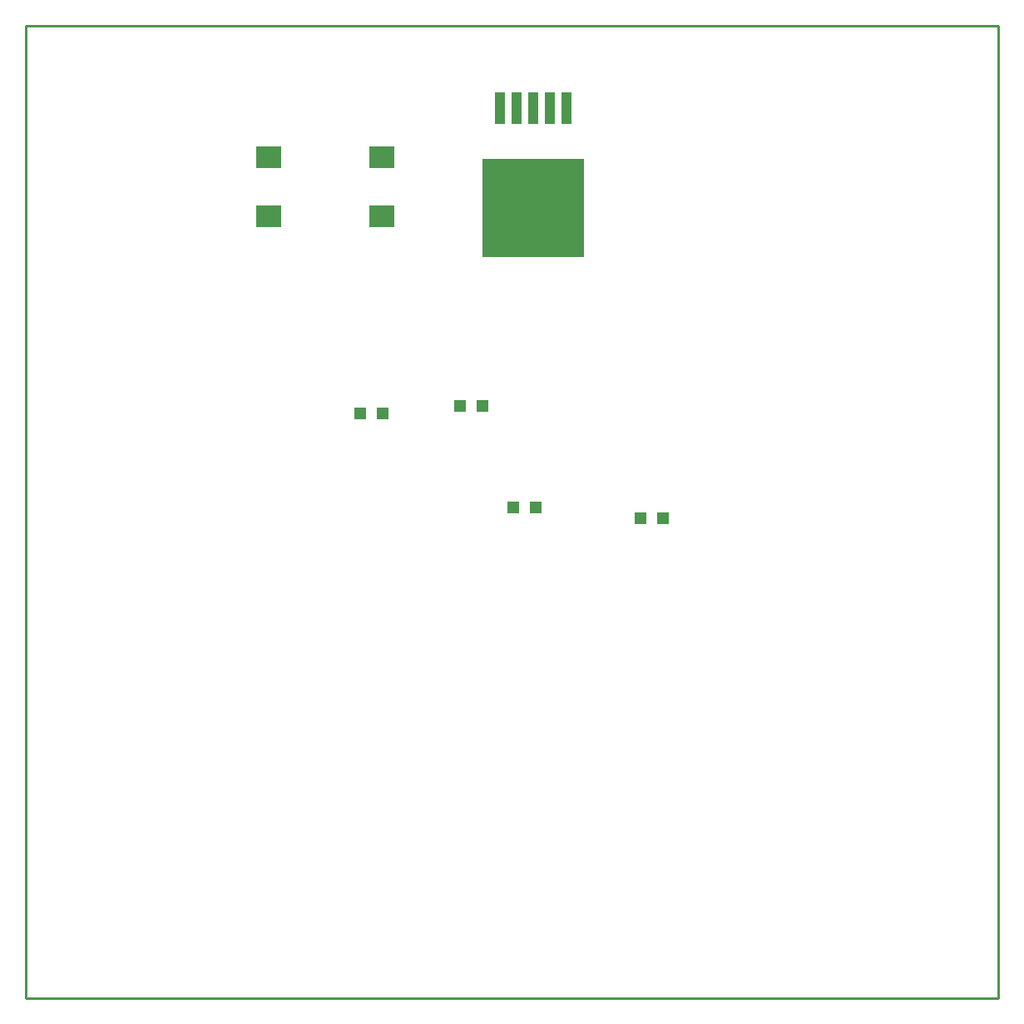
<source format=gbp>
G04*
G04 #@! TF.GenerationSoftware,Altium Limited,Altium Designer,20.0.10 (225)*
G04*
G04 Layer_Color=128*
%FSLAX24Y24*%
%MOIN*%
G70*
G01*
G75*
%ADD10C,0.0100*%
%ADD19R,0.0500X0.0500*%
%ADD57R,0.0413X0.1260*%
%ADD58R,0.4114X0.3937*%
%ADD59R,0.0984X0.0906*%
D10*
X58276Y8824D02*
Y47800D01*
X19300Y8824D02*
X58276D01*
X19300D02*
Y47800D01*
X58276D01*
D19*
X38850Y28500D02*
D03*
X39750D02*
D03*
X43950Y28050D02*
D03*
X44850D02*
D03*
X33600Y32250D02*
D03*
X32700D02*
D03*
X37600Y32550D02*
D03*
X36700D02*
D03*
D57*
X38311Y44500D02*
D03*
X38981D02*
D03*
X39650D02*
D03*
X40319D02*
D03*
X40989D02*
D03*
D58*
X39650Y40500D02*
D03*
D59*
X29036Y42530D02*
D03*
Y40168D02*
D03*
X33564Y42530D02*
D03*
Y40168D02*
D03*
M02*

</source>
